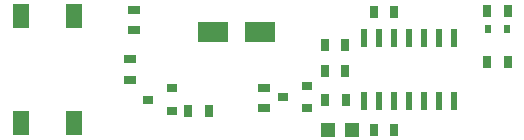
<source format=gbr>
G04 #@! TF.GenerationSoftware,KiCad,Pcbnew,5.0.0-rc2-dev-unknown-0ded476~63~ubuntu16.04.1*
G04 #@! TF.CreationDate,2018-03-27T22:27:57+03:00*
G04 #@! TF.ProjectId,chirp-v2.4,63686972702D76322E342E6B69636164,rev?*
G04 #@! TF.SameCoordinates,Original*
G04 #@! TF.FileFunction,Paste,Top*
G04 #@! TF.FilePolarity,Positive*
%FSLAX46Y46*%
G04 Gerber Fmt 4.6, Leading zero omitted, Abs format (unit mm)*
G04 Created by KiCad (PCBNEW 5.0.0-rc2-dev-unknown-0ded476~63~ubuntu16.04.1) date Tue Mar 27 22:27:57 2018*
%MOMM*%
%LPD*%
G01*
G04 APERTURE LIST*
%ADD10R,2.499360X1.800860*%
%ADD11R,1.200000X1.200000*%
%ADD12R,0.900000X0.800000*%
%ADD13R,0.600000X1.500000*%
%ADD14R,0.670000X1.000000*%
%ADD15R,1.000000X0.670000*%
%ADD16R,1.397000X2.108200*%
%ADD17R,0.600000X0.800000*%
G04 APERTURE END LIST*
D10*
X96451020Y-101800000D03*
X100448980Y-101800000D03*
D11*
X106176100Y-110081100D03*
X108276100Y-110081100D03*
D12*
X93000000Y-108500000D03*
X93000000Y-106600000D03*
X91000000Y-107550000D03*
D13*
X109290000Y-107700000D03*
X110560000Y-107700000D03*
X111830000Y-107700000D03*
X113100000Y-107700000D03*
X114370000Y-107700000D03*
X115640000Y-107700000D03*
X116910000Y-107700000D03*
X116910000Y-102300000D03*
X115640000Y-102300000D03*
X114370000Y-102300000D03*
X113100000Y-102300000D03*
X111830000Y-102300000D03*
X110560000Y-102300000D03*
X109290000Y-102300000D03*
D14*
X94375000Y-108550000D03*
X96125000Y-108550000D03*
D15*
X89450000Y-104125000D03*
X89450000Y-105875000D03*
D14*
X105925000Y-105100000D03*
X107675000Y-105100000D03*
X119686100Y-104366100D03*
X121436100Y-104366100D03*
X110075000Y-100150000D03*
X111825000Y-100150000D03*
X110075000Y-110100000D03*
X111825000Y-110100000D03*
X105951100Y-107541100D03*
X107701100Y-107541100D03*
X105925000Y-102900000D03*
X107675000Y-102900000D03*
X121425000Y-100050000D03*
X119675000Y-100050000D03*
D15*
X89800000Y-99925000D03*
X89800000Y-101675000D03*
D16*
X80200500Y-109547700D03*
X80200500Y-100454500D03*
X84721700Y-100432700D03*
X84721700Y-109547700D03*
D17*
X119750000Y-101600000D03*
X121350000Y-101600000D03*
D15*
X100800000Y-106525000D03*
X100800000Y-108275000D03*
D12*
X102400000Y-107300000D03*
X104400000Y-106350000D03*
X104400000Y-108250000D03*
M02*

</source>
